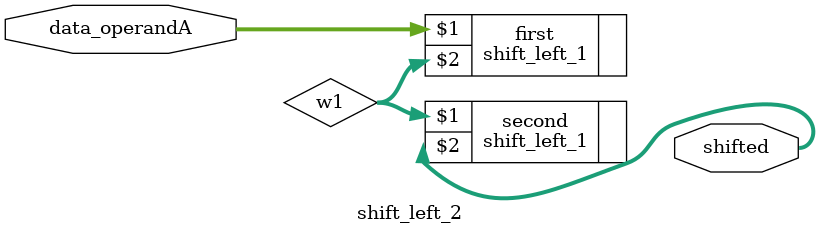
<source format=v>
module shift_left_2(data_operandA, shifted);
    input [31:0] data_operandA;
    output [31:0] shifted;

    wire [31:0] w1;
    shift_left_1 first(data_operandA, w1);
    shift_left_1 second(w1, shifted);
    

endmodule
</source>
